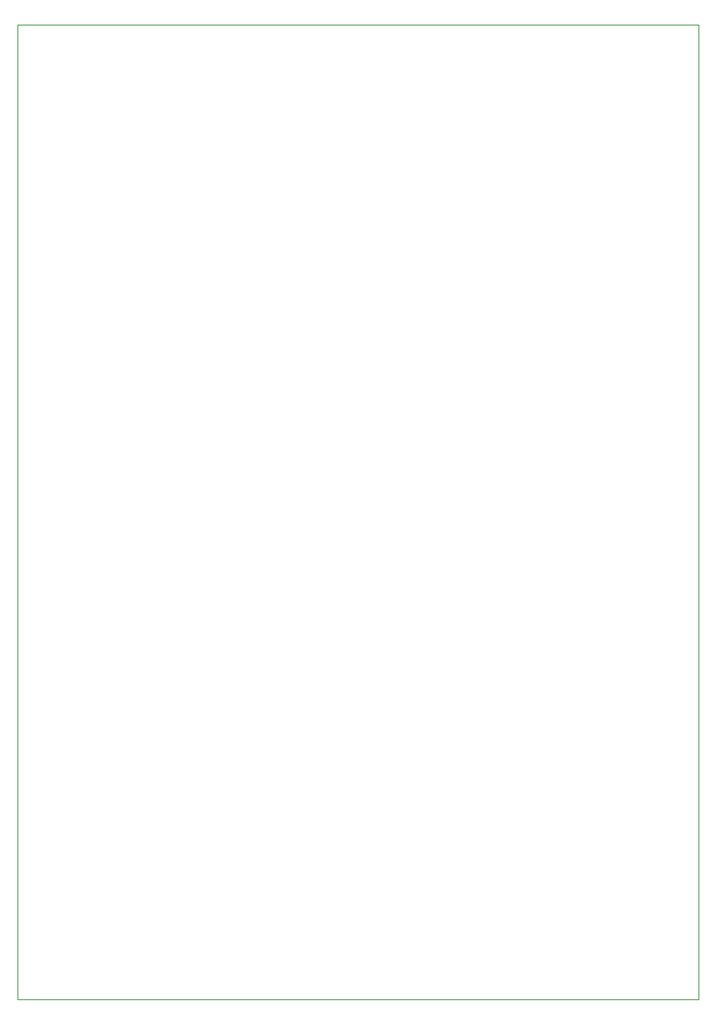
<source format=gbr>
%TF.GenerationSoftware,KiCad,Pcbnew,7.0.10*%
%TF.CreationDate,2024-02-23T13:31:41+03:00*%
%TF.ProjectId,Artorg_Board,4172746f-7267-45f4-926f-6172642e6b69,rev?*%
%TF.SameCoordinates,Original*%
%TF.FileFunction,Profile,NP*%
%FSLAX46Y46*%
G04 Gerber Fmt 4.6, Leading zero omitted, Abs format (unit mm)*
G04 Created by KiCad (PCBNEW 7.0.10) date 2024-02-23 13:31:41*
%MOMM*%
%LPD*%
G01*
G04 APERTURE LIST*
%TA.AperFunction,Profile*%
%ADD10C,0.100000*%
%TD*%
G04 APERTURE END LIST*
D10*
X212318600Y-137210800D02*
X139725400Y-137210800D01*
X139725400Y-33502600D01*
X212318600Y-33502600D01*
X212318600Y-137210800D01*
X139725400Y-33502600D02*
X212318600Y-33502600D01*
X212318600Y-137210800D01*
X139725400Y-137210800D01*
X139725400Y-33502600D01*
M02*

</source>
